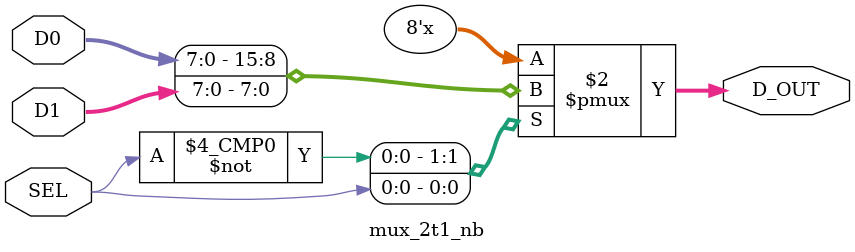
<source format=sv>
`timescale 1ns / 1ps
`default_nettype wire

   
module mux_2t1_nb #(parameter n=8) (
    input SEL,
    input [n-1:0] D0, 
	input [n-1:0] D1, 
    output logic [n-1:0] D_OUT
    );  
 
    always @ (*) begin 
        case (SEL) 
            0:      D_OUT = D0;
            1:      D_OUT = D1;
            default D_OUT = 0;
        endcase 
	end
endmodule
</source>
